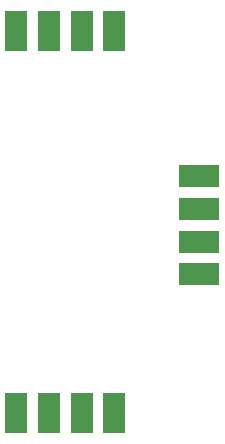
<source format=gbp>
G04 #@! TF.GenerationSoftware,KiCad,Pcbnew,6.0.8-f2edbf62ab~116~ubuntu22.04.1*
G04 #@! TF.CreationDate,2022-10-13T11:50:00+02:00*
G04 #@! TF.ProjectId,Dual USB Controller adapter,4475616c-2055-4534-9220-436f6e74726f,0.3*
G04 #@! TF.SameCoordinates,Original*
G04 #@! TF.FileFunction,Paste,Bot*
G04 #@! TF.FilePolarity,Positive*
%FSLAX46Y46*%
G04 Gerber Fmt 4.6, Leading zero omitted, Abs format (unit mm)*
G04 Created by KiCad (PCBNEW 6.0.8-f2edbf62ab~116~ubuntu22.04.1) date 2022-10-13 11:50:00*
%MOMM*%
%LPD*%
G01*
G04 APERTURE LIST*
%ADD10R,1.846667X3.480000*%
%ADD11R,3.480000X1.846667*%
G04 APERTURE END LIST*
D10*
X181900000Y-64847500D03*
X184670000Y-64847500D03*
X187440000Y-64847500D03*
X190210000Y-64847500D03*
X181900000Y-97155000D03*
X184670000Y-97155000D03*
X187440000Y-97155000D03*
X190210000Y-97155000D03*
D11*
X197407500Y-77125000D03*
X197407500Y-79895000D03*
X197407500Y-82665000D03*
X197407500Y-85435000D03*
M02*

</source>
